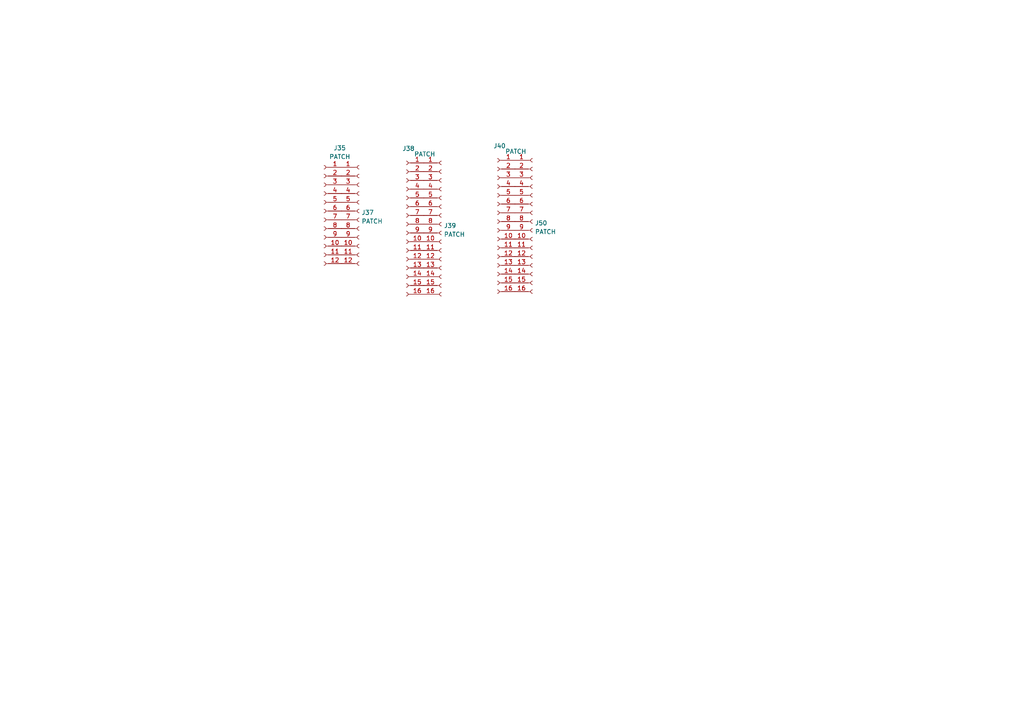
<source format=kicad_sch>
(kicad_sch (version 20231120) (generator "eeschema") (generator_version "8.0")
  (paper "A4")
  (title_block (date "2024-09-10"))
  (lib_symbols
    (symbol "Connector:Conn_01x12_Female" (pin_names (offset 1.016) hide)
      (property "Reference" "J" (at 0 15.24 0))
      (property "Value" "Conn_01x12_Female" (at 0 -17.78 0))
      (symbol "Conn_01x12_Female_1_1"
        (arc (start 0 -14.732) (mid -0.5058 -15.24) (end 0 -15.748) (stroke (width 0.1524)))
        (arc (start 0 -12.192) (mid -0.5058 -12.7) (end 0 -13.208) (stroke (width 0.1524)))
        (arc (start 0 -9.652) (mid -0.5058 -10.16) (end 0 -10.668) (stroke (width 0.1524)))
        (arc (start 0 -7.112) (mid -0.5058 -7.62) (end 0 -8.128) (stroke (width 0.1524)))
        (arc (start 0 -4.572) (mid -0.5058 -5.08) (end 0 -5.588) (stroke (width 0.1524)))
        (arc (start 0 -2.032) (mid -0.5058 -2.54) (end 0 -3.048) (stroke (width 0.1524)))
        (polyline (pts (xy -1.27 -15.24) (xy -0.508 -15.24)) (stroke (width 0.1524)))
        (polyline (pts (xy -1.27 -12.7) (xy -0.508 -12.7)) (stroke (width 0.1524)))
        (polyline (pts (xy -1.27 -10.16) (xy -0.508 -10.16)) (stroke (width 0.1524)))
        (polyline (pts (xy -1.27 -7.62) (xy -0.508 -7.62)) (stroke (width 0.1524)))
        (polyline (pts (xy -1.27 -5.08) (xy -0.508 -5.08)) (stroke (width 0.1524)))
        (polyline (pts (xy -1.27 -2.54) (xy -0.508 -2.54)) (stroke (width 0.1524)))
        (polyline (pts (xy -1.27 0) (xy -0.508 0)) (stroke (width 0.1524)))
        (polyline (pts (xy -1.27 2.54) (xy -0.508 2.54)) (stroke (width 0.1524)))
        (polyline (pts (xy -1.27 5.08) (xy -0.508 5.08)) (stroke (width 0.1524)))
        (polyline (pts (xy -1.27 7.62) (xy -0.508 7.62)) (stroke (width 0.1524)))
        (polyline (pts (xy -1.27 10.16) (xy -0.508 10.16)) (stroke (width 0.1524)))
        (polyline (pts (xy -1.27 12.7) (xy -0.508 12.7)) (stroke (width 0.1524)))
        (arc (start 0 0.508) (mid -0.5058 0) (end 0 -0.508) (stroke (width 0.1524)))
        (arc (start 0 3.048) (mid -0.5058 2.54) (end 0 2.032) (stroke (width 0.1524)))
        (arc (start 0 5.588) (mid -0.5058 5.08) (end 0 4.572) (stroke (width 0.1524)))
        (arc (start 0 8.128) (mid -0.5058 7.62) (end 0 7.112) (stroke (width 0.1524)))
        (arc (start 0 10.668) (mid -0.5058 10.16) (end 0 9.652) (stroke (width 0.1524)))
        (arc (start 0 13.208) (mid -0.5058 12.7) (end 0 12.192) (stroke (width 0.1524)))
        (pin passive line (at -5.08 12.7 0) (length 3.81) (name "Pin_1") (number "1"))
        (pin passive line (at -5.08 -10.16 0) (length 3.81) (name "Pin_10") (number "10"))
        (pin passive line (at -5.08 -12.7 0) (length 3.81) (name "Pin_11") (number "11"))
        (pin passive line (at -5.08 -15.24 0) (length 3.81) (name "Pin_12") (number "12"))
        (pin passive line (at -5.08 10.16 0) (length 3.81) (name "Pin_2") (number "2"))
        (pin passive line (at -5.08 7.62 0) (length 3.81) (name "Pin_3") (number "3"))
        (pin passive line (at -5.08 5.08 0) (length 3.81) (name "Pin_4") (number "4"))
        (pin passive line (at -5.08 2.54 0) (length 3.81) (name "Pin_5") (number "5"))
        (pin passive line (at -5.08 0 0) (length 3.81) (name "Pin_6") (number "6"))
        (pin passive line (at -5.08 -2.54 0) (length 3.81) (name "Pin_7") (number "7"))
        (pin passive line (at -5.08 -5.08 0) (length 3.81) (name "Pin_8") (number "8"))
        (pin passive line (at -5.08 -7.62 0) (length 3.81) (name "Pin_9") (number "9"))
      )
    )
    (symbol "Connector:Conn_01x16_Female" (pin_names (offset 1.016) hide)
      (property "Reference" "J" (at 0 20.32 0))
      (property "Value" "Conn_01x16_Female" (at 0 -22.86 0))
      (symbol "Conn_01x16_Female_1_1"
        (arc (start 0 -19.812) (mid -0.5058 -20.32) (end 0 -20.828) (stroke (width 0.1524)))
        (arc (start 0 -17.272) (mid -0.5058 -17.78) (end 0 -18.288) (stroke (width 0.1524)))
        (arc (start 0 -14.732) (mid -0.5058 -15.24) (end 0 -15.748) (stroke (width 0.1524)))
        (arc (start 0 -12.192) (mid -0.5058 -12.7) (end 0 -13.208) (stroke (width 0.1524)))
        (arc (start 0 -9.652) (mid -0.5058 -10.16) (end 0 -10.668) (stroke (width 0.1524)))
        (arc (start 0 -7.112) (mid -0.5058 -7.62) (end 0 -8.128) (stroke (width 0.1524)))
        (arc (start 0 -4.572) (mid -0.5058 -5.08) (end 0 -5.588) (stroke (width 0.1524)))
        (arc (start 0 -2.032) (mid -0.5058 -2.54) (end 0 -3.048) (stroke (width 0.1524)))
        (polyline (pts (xy -1.27 -20.32) (xy -0.508 -20.32)) (stroke (width 0.1524)))
        (polyline (pts (xy -1.27 -17.78) (xy -0.508 -17.78)) (stroke (width 0.1524)))
        (polyline (pts (xy -1.27 -15.24) (xy -0.508 -15.24)) (stroke (width 0.1524)))
        (polyline (pts (xy -1.27 -12.7) (xy -0.508 -12.7)) (stroke (width 0.1524)))
        (polyline (pts (xy -1.27 -10.16) (xy -0.508 -10.16)) (stroke (width 0.1524)))
        (polyline (pts (xy -1.27 -7.62) (xy -0.508 -7.62)) (stroke (width 0.1524)))
        (polyline (pts (xy -1.27 -5.08) (xy -0.508 -5.08)) (stroke (width 0.1524)))
        (polyline (pts (xy -1.27 -2.54) (xy -0.508 -2.54)) (stroke (width 0.1524)))
        (polyline (pts (xy -1.27 0) (xy -0.508 0)) (stroke (width 0.1524)))
        (polyline (pts (xy -1.27 2.54) (xy -0.508 2.54)) (stroke (width 0.1524)))
        (polyline (pts (xy -1.27 5.08) (xy -0.508 5.08)) (stroke (width 0.1524)))
        (polyline (pts (xy -1.27 7.62) (xy -0.508 7.62)) (stroke (width 0.1524)))
        (polyline (pts (xy -1.27 10.16) (xy -0.508 10.16)) (stroke (width 0.1524)))
        (polyline (pts (xy -1.27 12.7) (xy -0.508 12.7)) (stroke (width 0.1524)))
        (polyline (pts (xy -1.27 15.24) (xy -0.508 15.24)) (stroke (width 0.1524)))
        (polyline (pts (xy -1.27 17.78) (xy -0.508 17.78)) (stroke (width 0.1524)))
        (arc (start 0 0.508) (mid -0.5058 0) (end 0 -0.508) (stroke (width 0.1524)))
        (arc (start 0 3.048) (mid -0.5058 2.54) (end 0 2.032) (stroke (width 0.1524)))
        (arc (start 0 5.588) (mid -0.5058 5.08) (end 0 4.572) (stroke (width 0.1524)))
        (arc (start 0 8.128) (mid -0.5058 7.62) (end 0 7.112) (stroke (width 0.1524)))
        (arc (start 0 10.668) (mid -0.5058 10.16) (end 0 9.652) (stroke (width 0.1524)))
        (arc (start 0 13.208) (mid -0.5058 12.7) (end 0 12.192) (stroke (width 0.1524)))
        (arc (start 0 15.748) (mid -0.5058 15.24) (end 0 14.732) (stroke (width 0.1524)))
        (arc (start 0 18.288) (mid -0.5058 17.78) (end 0 17.272) (stroke (width 0.1524)))
        (pin passive line (at -5.08 17.78 0) (length 3.81) (name "Pin_1") (number "1"))
        (pin passive line (at -5.08 -5.08 0) (length 3.81) (name "Pin_10") (number "10"))
        (pin passive line (at -5.08 -7.62 0) (length 3.81) (name "Pin_11") (number "11"))
        (pin passive line (at -5.08 -10.16 0) (length 3.81) (name "Pin_12") (number "12"))
        (pin passive line (at -5.08 -12.7 0) (length 3.81) (name "Pin_13") (number "13"))
        (pin passive line (at -5.08 -15.24 0) (length 3.81) (name "Pin_14") (number "14"))
        (pin passive line (at -5.08 -17.78 0) (length 3.81) (name "Pin_15") (number "15"))
        (pin passive line (at -5.08 -20.32 0) (length 3.81) (name "Pin_16") (number "16"))
        (pin passive line (at -5.08 15.24 0) (length 3.81) (name "Pin_2") (number "2"))
        (pin passive line (at -5.08 12.7 0) (length 3.81) (name "Pin_3") (number "3"))
        (pin passive line (at -5.08 10.16 0) (length 3.81) (name "Pin_4") (number "4"))
        (pin passive line (at -5.08 7.62 0) (length 3.81) (name "Pin_5") (number "5"))
        (pin passive line (at -5.08 5.08 0) (length 3.81) (name "Pin_6") (number "6"))
        (pin passive line (at -5.08 2.54 0) (length 3.81) (name "Pin_7") (number "7"))
        (pin passive line (at -5.08 0 0) (length 3.81) (name "Pin_8") (number "8"))
        (pin passive line (at -5.08 -2.54 0) (length 3.81) (name "Pin_9") (number "9"))
      )
    )
  )
  (symbol (lib_id "Connector:Conn_01x16_Female") (at 117.856 65.024 0) (mirror y) (unit 1)
    (property "Reference" "J38" (at 118.491 43.087 0))
    (property "Value" "PATCH" (at 123.19 44.704 0))
    (property "Footprint" "Connector_PinHeader_2.54mm:PinHeader_1x16_P2.54mm_Vertical" (effects (hide yes)))
  )
  (symbol (lib_id "Connector:Conn_01x12_Female") (at 93.98 61.214 0) (mirror y) (unit 1)
    (property "Reference" "J35" (at 98.552 42.926 0))
    (property "Value" "PATCH" (at 98.552 45.4629 0))
    (property "Footprint" "Connector_PinSocket_2.54mm:PinSocket_1x12_P2.54mm_Vertical" (effects (hide yes)))
  )
  (symbol (lib_id "Connector:Conn_01x16_Female") (at 144.272 64.262 0) (mirror y) (unit 1)
    (property "Reference" "J40" (at 144.907 42.325 0))
    (property "Value" "PATCH" (at 149.606 43.942 0))
    (property "Footprint" "Connector_PinHeader_2.54mm:PinHeader_1x16_P2.54mm_Vertical" (effects (hide yes)))
  )
  (symbol (lib_id "Connector:Conn_01x12_Female") (at 104.14 61.214 0) (unit 1)
    (property "Reference" "J37" (at 104.8512 61.6493 0) (effects (justify left)))
    (property "Value" "PATCH" (at 104.8512 64.1862 0) (effects (justify left)))
    (property "Footprint" "Connector_PinSocket_2.54mm:PinSocket_1x12_P2.54mm_Vertical" (effects (hide yes)))
  )
  (symbol (lib_id "Connector:Conn_01x16_Female") (at 154.432 64.262 0) (unit 1)
    (property "Reference" "J50" (at 155.1432 64.6973 0) (effects (justify left)))
    (property "Value" "PATCH" (at 155.1432 67.2342 0) (effects (justify left)))
    (property "Footprint" "Connector_PinHeader_2.54mm:PinHeader_1x16_P2.54mm_Vertical" (effects (hide yes)))
  )
  (symbol (lib_id "Connector:Conn_01x16_Female") (at 128.016 65.024 0) (unit 1)
    (property "Reference" "J39" (at 128.7272 65.4593 0) (effects (justify left)))
    (property "Value" "PATCH" (at 128.7272 67.9962 0) (effects (justify left)))
    (property "Footprint" "Connector_PinHeader_2.54mm:PinHeader_1x16_P2.54mm_Vertical" (effects (hide yes)))
  )
)
</source>
